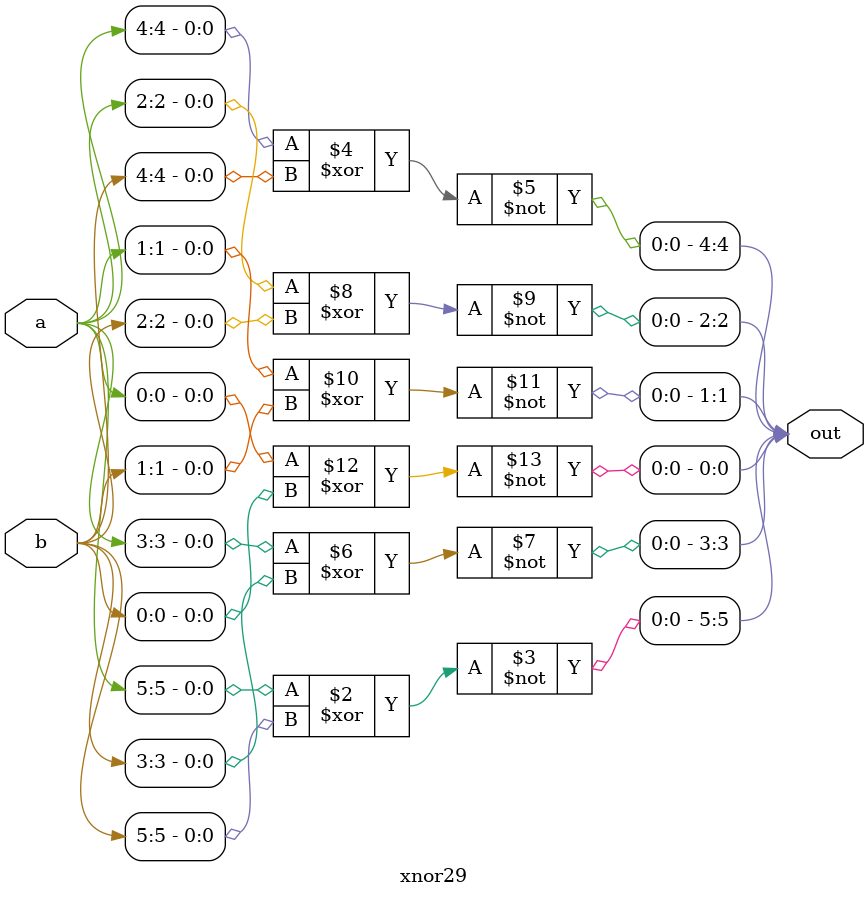
<source format=v>
module xnor29 (
    input wire [5:0] a,
    input wire [5:0] b,
    output reg [5:0] out
);

always @(*) begin
    out[5] = ~(a[5] ^ b[5]);
    out[4] = ~(a[4] ^ b[4]);

    out[3] = ~(a[3] ^ b[3]);
    out[2] = ~(a[2] ^ b[2]);
    out[1] = ~(a[1] ^ b[1]);
    out[0] = ~(a[0] ^ b[0]);

end


endmodule
</source>
